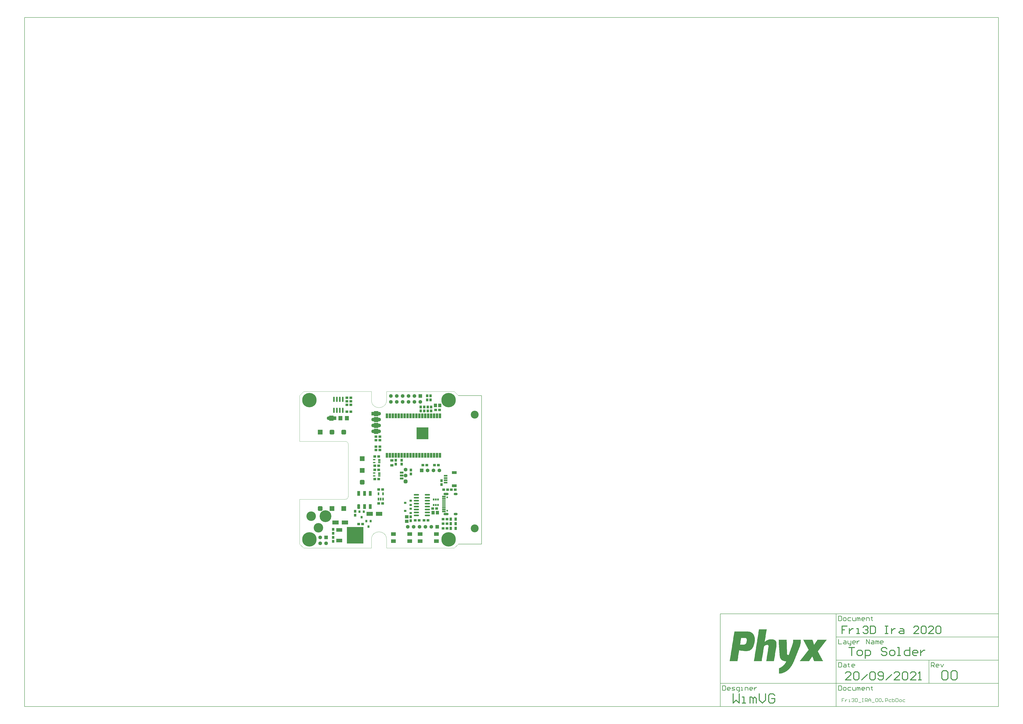
<source format=gts>
G04*
G04 #@! TF.GenerationSoftware,Altium Limited,Altium Designer,21.7.0 (8)*
G04*
G04 Layer_Color=8388736*
%FSLAX25Y25*%
%MOIN*%
G70*
G04*
G04 #@! TF.SameCoordinates,1325804E-F4F0-4480-9AD4-437C1A0D12FC*
G04*
G04*
G04 #@! TF.FilePolarity,Negative*
G04*
G01*
G75*
%ADD10C,0.00591*%
%ADD11C,0.00984*%
%ADD12C,0.00787*%
%ADD13C,0.00394*%
%ADD14C,0.01575*%
%ADD44R,0.07480X0.08661*%
%ADD45R,0.04724X0.04331*%
%ADD46R,0.06299X0.03543*%
%ADD47C,0.02362*%
%ADD48R,0.01968X0.04331*%
%ADD49O,0.02756X0.09055*%
%ADD50R,0.06693X0.07480*%
%ADD51R,0.04331X0.04724*%
%ADD52R,0.06496X0.02756*%
%ADD53R,0.08268X0.05118*%
%ADD54R,0.03740X0.04331*%
%ADD55R,0.03740X0.04331*%
%ADD56R,0.05512X0.06299*%
%ADD57R,0.04331X0.05512*%
%ADD58O,0.09055X0.02756*%
%ADD59R,0.04331X0.03740*%
%ADD60R,0.04331X0.03740*%
%ADD61R,0.06299X0.05512*%
%ADD62R,0.08268X0.05906*%
%ADD63R,0.03937X0.01968*%
%ADD64R,0.05512X0.04331*%
%ADD65R,0.02756X0.04921*%
%ADD66R,0.10630X0.07087*%
%ADD67R,0.10236X0.06299*%
%ADD68R,0.27953X0.27953*%
%ADD69R,0.04724X0.08071*%
G04:AMPARAMS|DCode=70|XSize=47.24mil|YSize=80.71mil|CornerRadius=12.8mil|HoleSize=0mil|Usage=FLASHONLY|Rotation=0.000|XOffset=0mil|YOffset=0mil|HoleType=Round|Shape=RoundedRectangle|*
%AMROUNDEDRECTD70*
21,1,0.04724,0.05512,0,0,0.0*
21,1,0.02165,0.08071,0,0,0.0*
1,1,0.02559,0.01083,-0.02756*
1,1,0.02559,-0.01083,-0.02756*
1,1,0.02559,-0.01083,0.02756*
1,1,0.02559,0.01083,0.02756*
%
%ADD70ROUNDEDRECTD70*%
%ADD71R,0.06102X0.01575*%
%ADD72R,0.02559X0.03543*%
%ADD73R,0.03937X0.08268*%
%ADD74R,0.20079X0.20079*%
%ADD75C,0.06299*%
%ADD76R,0.06299X0.06299*%
%ADD77R,0.06299X0.06299*%
%ADD78C,0.13386*%
%ADD79C,0.06394*%
G04:AMPARAMS|DCode=80|XSize=63.94mil|YSize=63.94mil|CornerRadius=16.97mil|HoleSize=0mil|Usage=FLASHONLY|Rotation=270.000|XOffset=0mil|YOffset=0mil|HoleType=Round|Shape=RoundedRectangle|*
%AMROUNDEDRECTD80*
21,1,0.06394,0.03000,0,0,270.0*
21,1,0.03000,0.06394,0,0,270.0*
1,1,0.03394,-0.01500,-0.01500*
1,1,0.03394,-0.01500,0.01500*
1,1,0.03394,0.01500,0.01500*
1,1,0.03394,0.01500,-0.01500*
%
%ADD80ROUNDEDRECTD80*%
%ADD81C,0.16142*%
%ADD82C,0.20079*%
%ADD83R,0.08268X0.08268*%
G04:AMPARAMS|DCode=84|XSize=82.68mil|YSize=82.68mil|CornerRadius=21.65mil|HoleSize=0mil|Usage=FLASHONLY|Rotation=180.000|XOffset=0mil|YOffset=0mil|HoleType=Round|Shape=RoundedRectangle|*
%AMROUNDEDRECTD84*
21,1,0.08268,0.03937,0,0,180.0*
21,1,0.03937,0.08268,0,0,180.0*
1,1,0.04331,-0.01968,0.01968*
1,1,0.04331,0.01968,0.01968*
1,1,0.04331,0.01968,-0.01968*
1,1,0.04331,-0.01968,-0.01968*
%
%ADD84ROUNDEDRECTD84*%
G04:AMPARAMS|DCode=85|XSize=82.68mil|YSize=82.68mil|CornerRadius=21.65mil|HoleSize=0mil|Usage=FLASHONLY|Rotation=270.000|XOffset=0mil|YOffset=0mil|HoleType=Round|Shape=RoundedRectangle|*
%AMROUNDEDRECTD85*
21,1,0.08268,0.03937,0,0,270.0*
21,1,0.03937,0.08268,0,0,270.0*
1,1,0.04331,-0.01968,-0.01968*
1,1,0.04331,-0.01968,0.01968*
1,1,0.04331,0.01968,0.01968*
1,1,0.04331,0.01968,-0.01968*
%
%ADD85ROUNDEDRECTD85*%
%ADD86R,0.08268X0.08268*%
%ADD87O,0.08661X0.04331*%
%ADD88O,0.06693X0.04331*%
%ADD89C,0.02953*%
%ADD90C,0.24410*%
G36*
X127835Y231968D02*
X127795Y231624D01*
X127890Y230939D01*
X128208Y230325D01*
X128711Y229851D01*
X129016Y229685D01*
X129387Y229759D01*
X130122Y229576D01*
X130709Y229095D01*
X131033Y228410D01*
X131033Y227653D01*
X130709Y226968D01*
X130122Y226487D01*
X129387Y226304D01*
X129016Y226378D01*
X128709Y226207D01*
X128201Y225724D01*
X127884Y225100D01*
X127792Y224405D01*
X127835Y224056D01*
X126555Y224056D01*
Y231968D01*
X127835Y231968D01*
D02*
G37*
G36*
X133642Y224095D02*
X131673D01*
X128626Y224095D01*
X128620Y224352D01*
X128766Y224844D01*
X129056Y225268D01*
X129463Y225582D01*
X129705Y225669D01*
X129705Y225669D01*
X130125Y225761D01*
X130882Y226161D01*
X131448Y226803D01*
X131751Y227603D01*
X131751Y228460D01*
X131448Y229260D01*
X130882Y229902D01*
X130125Y230302D01*
X129705Y230394D01*
X129705Y230394D01*
X129463Y230481D01*
X129056Y230795D01*
X128766Y231219D01*
X128620Y231712D01*
X128626Y231968D01*
X128626Y231968D01*
X131673Y231968D01*
X133642D01*
Y224095D01*
D02*
G37*
G36*
X127835Y224056D02*
X127835D01*
D01*
X127835D01*
D02*
G37*
G36*
X57480Y224448D02*
X57480Y216535D01*
X56201D01*
X56241Y216880D01*
X56145Y217565D01*
X55828Y218179D01*
X55324Y218653D01*
X55020Y218819D01*
X55020Y218819D01*
X54648Y218745D01*
X53913Y218928D01*
X53327Y219409D01*
X53003Y220094D01*
X53003Y220851D01*
X53327Y221536D01*
X53913Y222017D01*
X54648Y222200D01*
X55020Y222126D01*
Y222126D01*
X55327Y222297D01*
X55834Y222780D01*
X56151Y223404D01*
X56244Y224099D01*
X56201Y224448D01*
Y224448D01*
X57480Y224448D01*
D02*
G37*
G36*
X55410Y224409D02*
X55416Y224152D01*
X55270Y223660D01*
X54979Y223236D01*
X54572Y222922D01*
X54331Y222835D01*
X54331Y222835D01*
X53911Y222743D01*
X53154Y222343D01*
X52587Y221701D01*
X52284Y220901D01*
X52284Y220044D01*
X52587Y219244D01*
X53154Y218602D01*
X53911Y218202D01*
X54331Y218110D01*
X54331Y218110D01*
X54572Y218023D01*
X54979Y217709D01*
X55269Y217285D01*
X55416Y216792D01*
X55410Y216536D01*
X55410Y216536D01*
X52362Y216535D01*
X50394D01*
Y224410D01*
X52362D01*
X55410Y224409D01*
D02*
G37*
G36*
X127835Y221969D02*
X127795Y221624D01*
X127890Y220939D01*
X128208Y220325D01*
X128711Y219851D01*
X129016Y219685D01*
X129387Y219759D01*
X130122Y219576D01*
X130709Y219095D01*
X131033Y218410D01*
X131033Y217653D01*
X130709Y216968D01*
X130122Y216487D01*
X129387Y216304D01*
X129016Y216378D01*
X128709Y216207D01*
X128201Y215724D01*
X127884Y215100D01*
X127792Y214405D01*
X127835Y214056D01*
X126555Y214056D01*
Y221969D01*
X127835Y221969D01*
D02*
G37*
G36*
X133642Y214094D02*
X131673D01*
X128626Y214095D01*
X128620Y214352D01*
X128766Y214844D01*
X129056Y215268D01*
X129463Y215582D01*
X129705Y215669D01*
X129705Y215669D01*
X130125Y215761D01*
X130882Y216161D01*
X131448Y216803D01*
X131751Y217603D01*
X131751Y218460D01*
X131448Y219260D01*
X130882Y219902D01*
X130125Y220302D01*
X129705Y220394D01*
X129705Y220394D01*
X129463Y220481D01*
X129056Y220795D01*
X128766Y221219D01*
X128620Y221711D01*
X128626Y221968D01*
X128626Y221968D01*
X131673Y221969D01*
X133642D01*
Y214094D01*
D02*
G37*
G36*
X127835Y214056D02*
X127835D01*
D01*
X127835D01*
D02*
G37*
G36*
X127835Y211968D02*
X127795Y211624D01*
X127890Y210939D01*
X128208Y210325D01*
X128711Y209851D01*
X129016Y209685D01*
X129387Y209759D01*
X130122Y209576D01*
X130709Y209095D01*
X131033Y208410D01*
X131033Y207653D01*
X130709Y206968D01*
X130122Y206487D01*
X129387Y206304D01*
X129016Y206378D01*
X128709Y206207D01*
X128201Y205724D01*
X127884Y205100D01*
X127792Y204405D01*
X127835Y204056D01*
X126555Y204056D01*
Y211968D01*
X127835Y211968D01*
D02*
G37*
G36*
X133642Y204095D02*
X131673D01*
X128626Y204095D01*
X128620Y204351D01*
X128766Y204844D01*
X129056Y205268D01*
X129463Y205582D01*
X129705Y205669D01*
X129705Y205669D01*
X130125Y205761D01*
X130882Y206161D01*
X131448Y206803D01*
X131751Y207603D01*
X131751Y208459D01*
X131448Y209260D01*
X130882Y209902D01*
X130125Y210302D01*
X129705Y210394D01*
X129705Y210394D01*
X129463Y210481D01*
X129056Y210795D01*
X128766Y211219D01*
X128620Y211712D01*
X128626Y211968D01*
X128626Y211968D01*
X131673Y211968D01*
X133642D01*
Y204095D01*
D02*
G37*
G36*
X127835Y204056D02*
X127835D01*
D01*
X127835D01*
D02*
G37*
G36*
X127835Y201969D02*
X127795Y201624D01*
X127890Y200939D01*
X128208Y200325D01*
X128711Y199851D01*
X129016Y199685D01*
X129387Y199759D01*
X130122Y199576D01*
X130709Y199095D01*
X131033Y198410D01*
X131033Y197653D01*
X130709Y196968D01*
X130122Y196487D01*
X129387Y196304D01*
X129016Y196378D01*
X128709Y196207D01*
X128201Y195724D01*
X127884Y195100D01*
X127792Y194405D01*
X127835Y194056D01*
X126555Y194056D01*
Y201969D01*
X127835Y201969D01*
D02*
G37*
G36*
X133642Y194095D02*
X131673D01*
X128626Y194095D01*
X128620Y194351D01*
X128766Y194844D01*
X129056Y195268D01*
X129463Y195582D01*
X129705Y195669D01*
X129705Y195669D01*
X130125Y195761D01*
X130882Y196161D01*
X131448Y196803D01*
X131751Y197603D01*
X131751Y198459D01*
X131448Y199260D01*
X130882Y199902D01*
X130125Y200302D01*
X129705Y200394D01*
X129705Y200394D01*
X129463Y200481D01*
X129056Y200795D01*
X128766Y201219D01*
X128620Y201712D01*
X128626Y201968D01*
X128626Y201968D01*
X131673Y201969D01*
X133642D01*
Y194095D01*
D02*
G37*
G36*
X127835Y194056D02*
X127835D01*
D01*
X127835D01*
D02*
G37*
G36*
X895101Y-155808D02*
X894814D01*
Y-156094D01*
X894528D01*
Y-156380D01*
Y-156667D01*
X894242D01*
Y-156953D01*
X893955D01*
Y-157239D01*
X893669D01*
Y-157526D01*
Y-157812D01*
X893383D01*
Y-158098D01*
X893096D01*
Y-158385D01*
X892810D01*
Y-158671D01*
X892524D01*
Y-158957D01*
Y-159244D01*
X892237D01*
Y-159530D01*
X891951D01*
Y-159816D01*
X891665D01*
Y-160102D01*
Y-160389D01*
X891378D01*
Y-160675D01*
X891092D01*
Y-160961D01*
X890806D01*
Y-161248D01*
X890520D01*
Y-161534D01*
Y-161820D01*
X890233D01*
Y-162107D01*
X889947D01*
Y-162393D01*
X889661D01*
Y-162679D01*
Y-162966D01*
X889374D01*
Y-163252D01*
X889088D01*
Y-163538D01*
X888802D01*
Y-163824D01*
Y-164111D01*
X888515D01*
Y-164397D01*
X888229D01*
Y-164683D01*
X887943D01*
Y-164970D01*
X887656D01*
Y-165256D01*
Y-165542D01*
X887370D01*
Y-165829D01*
X887084D01*
Y-166115D01*
X886798D01*
Y-166401D01*
Y-166688D01*
X886511D01*
Y-166974D01*
X886225D01*
Y-167260D01*
X885939D01*
Y-167547D01*
Y-167833D01*
X885652D01*
Y-168119D01*
X885366D01*
Y-168405D01*
X885080D01*
Y-168692D01*
X884793D01*
Y-168978D01*
Y-169264D01*
X884507D01*
Y-169551D01*
X884221D01*
Y-169837D01*
X883934D01*
Y-170123D01*
Y-170410D01*
X883648D01*
Y-170696D01*
X883362D01*
Y-170982D01*
X883076D01*
Y-171269D01*
Y-171555D01*
X882789D01*
Y-171841D01*
X882503D01*
Y-172127D01*
X882216D01*
Y-172414D01*
X881930D01*
Y-172700D01*
Y-172986D01*
X881644D01*
Y-173273D01*
X881358D01*
Y-173559D01*
X881071D01*
Y-173845D01*
Y-174132D01*
X880785D01*
Y-174418D01*
X880499D01*
Y-174704D01*
X880212D01*
Y-174991D01*
X879926D01*
Y-175277D01*
Y-175563D01*
X880212D01*
Y-175850D01*
Y-176136D01*
X880499D01*
Y-176422D01*
Y-176709D01*
X880785D01*
Y-176995D01*
X881071D01*
Y-177281D01*
Y-177568D01*
X881358D01*
Y-177854D01*
Y-178140D01*
X881644D01*
Y-178426D01*
Y-178713D01*
X881930D01*
Y-178999D01*
Y-179285D01*
X882216D01*
Y-179572D01*
Y-179858D01*
X882503D01*
Y-180144D01*
Y-180431D01*
X882789D01*
Y-180717D01*
Y-181003D01*
X883076D01*
Y-181290D01*
Y-181576D01*
X883362D01*
Y-181862D01*
X883648D01*
Y-182149D01*
Y-182435D01*
X883934D01*
Y-182721D01*
Y-183007D01*
X884221D01*
Y-183294D01*
Y-183580D01*
X884507D01*
Y-183866D01*
Y-184153D01*
X884793D01*
Y-184439D01*
Y-184725D01*
X885080D01*
Y-185012D01*
Y-185298D01*
X885366D01*
Y-185584D01*
Y-185871D01*
X885652D01*
Y-186157D01*
X885939D01*
Y-186443D01*
Y-186730D01*
X886225D01*
Y-187016D01*
Y-187302D01*
X886511D01*
Y-187588D01*
Y-187875D01*
X886798D01*
Y-188161D01*
Y-188447D01*
X887084D01*
Y-188734D01*
Y-189020D01*
X887370D01*
Y-189306D01*
Y-189593D01*
X887656D01*
Y-189879D01*
Y-190165D01*
X887943D01*
Y-190452D01*
X888229D01*
Y-190738D01*
Y-191024D01*
X888515D01*
Y-191311D01*
Y-191597D01*
X888802D01*
Y-191883D01*
X873627D01*
Y-191597D01*
X873341D01*
Y-191311D01*
Y-191024D01*
Y-190738D01*
X873055D01*
Y-190452D01*
Y-190165D01*
Y-189879D01*
X872768D01*
Y-189593D01*
Y-189306D01*
X872482D01*
Y-189020D01*
Y-188734D01*
Y-188447D01*
X872196D01*
Y-188161D01*
Y-187875D01*
Y-187588D01*
X871909D01*
Y-187302D01*
Y-187016D01*
X871623D01*
Y-186730D01*
Y-186443D01*
Y-186157D01*
X871337D01*
Y-185871D01*
Y-185584D01*
Y-185298D01*
X871050D01*
Y-185012D01*
Y-184725D01*
Y-184439D01*
X870764D01*
Y-184153D01*
X870191D01*
Y-184439D01*
Y-184725D01*
X869905D01*
Y-185012D01*
X869619D01*
Y-185298D01*
Y-185584D01*
X869332D01*
Y-185871D01*
X869046D01*
Y-186157D01*
Y-186443D01*
X868760D01*
Y-186730D01*
X868474D01*
Y-187016D01*
Y-187302D01*
X868187D01*
Y-187588D01*
X867901D01*
Y-187875D01*
X867615D01*
Y-188161D01*
Y-188447D01*
X867328D01*
Y-188734D01*
X867042D01*
Y-189020D01*
Y-189306D01*
X866756D01*
Y-189593D01*
X866469D01*
Y-189879D01*
Y-190165D01*
X866183D01*
Y-190452D01*
X865897D01*
Y-190738D01*
Y-191024D01*
X865610D01*
Y-191311D01*
X865324D01*
Y-191597D01*
Y-191883D01*
X849290D01*
Y-191597D01*
X849577D01*
Y-191311D01*
X849863D01*
Y-191024D01*
X850150D01*
Y-190738D01*
X850436D01*
Y-190452D01*
Y-190165D01*
X850722D01*
Y-189879D01*
X851008D01*
Y-189593D01*
X851295D01*
Y-189306D01*
X851581D01*
Y-189020D01*
Y-188734D01*
X851867D01*
Y-188447D01*
X852154D01*
Y-188161D01*
X852440D01*
Y-187875D01*
Y-187588D01*
X852726D01*
Y-187302D01*
X853013D01*
Y-187016D01*
X853299D01*
Y-186730D01*
X853585D01*
Y-186443D01*
Y-186157D01*
X853872D01*
Y-185871D01*
X854158D01*
Y-185584D01*
X854444D01*
Y-185298D01*
X854731D01*
Y-185012D01*
Y-184725D01*
X855017D01*
Y-184439D01*
X855303D01*
Y-184153D01*
X855589D01*
Y-183866D01*
Y-183580D01*
X855876D01*
Y-183294D01*
X856162D01*
Y-183007D01*
X856448D01*
Y-182721D01*
X856735D01*
Y-182435D01*
Y-182149D01*
X857021D01*
Y-181862D01*
X857307D01*
Y-181576D01*
X857594D01*
Y-181290D01*
Y-181003D01*
X857880D01*
Y-180717D01*
X858166D01*
Y-180431D01*
X858453D01*
Y-180144D01*
X858739D01*
Y-179858D01*
Y-179572D01*
X859025D01*
Y-179285D01*
X859311D01*
Y-178999D01*
X859598D01*
Y-178713D01*
Y-178426D01*
X859884D01*
Y-178140D01*
X860170D01*
Y-177854D01*
X860457D01*
Y-177568D01*
X860743D01*
Y-177281D01*
Y-176995D01*
X861029D01*
Y-176709D01*
X861316D01*
Y-176422D01*
X861602D01*
Y-176136D01*
X861888D01*
Y-175850D01*
Y-175563D01*
X862175D01*
Y-175277D01*
X862461D01*
Y-174991D01*
X862747D01*
Y-174704D01*
Y-174418D01*
X863034D01*
Y-174132D01*
X863320D01*
Y-173845D01*
X863606D01*
Y-173559D01*
X863892D01*
Y-173273D01*
Y-172986D01*
X864179D01*
Y-172700D01*
Y-172414D01*
Y-172127D01*
X863892D01*
Y-171841D01*
X863606D01*
Y-171555D01*
Y-171269D01*
X863320D01*
Y-170982D01*
Y-170696D01*
X863034D01*
Y-170410D01*
Y-170123D01*
X862747D01*
Y-169837D01*
Y-169551D01*
X862461D01*
Y-169264D01*
Y-168978D01*
X862175D01*
Y-168692D01*
Y-168405D01*
X861888D01*
Y-168119D01*
X861602D01*
Y-167833D01*
Y-167547D01*
X861316D01*
Y-167260D01*
Y-166974D01*
X861029D01*
Y-166688D01*
Y-166401D01*
X860743D01*
Y-166115D01*
Y-165829D01*
X860457D01*
Y-165542D01*
Y-165256D01*
X860170D01*
Y-164970D01*
Y-164683D01*
X859884D01*
Y-164397D01*
X859598D01*
Y-164111D01*
Y-163824D01*
X859311D01*
Y-163538D01*
Y-163252D01*
X859025D01*
Y-162966D01*
Y-162679D01*
X858739D01*
Y-162393D01*
Y-162107D01*
X858453D01*
Y-161820D01*
Y-161534D01*
X858166D01*
Y-161248D01*
Y-160961D01*
X857880D01*
Y-160675D01*
Y-160389D01*
X857594D01*
Y-160102D01*
X857307D01*
Y-159816D01*
Y-159530D01*
X857021D01*
Y-159244D01*
Y-158957D01*
X856735D01*
Y-158671D01*
Y-158385D01*
X856448D01*
Y-158098D01*
Y-157812D01*
X856162D01*
Y-157526D01*
Y-157239D01*
X855876D01*
Y-156953D01*
Y-156667D01*
X855589D01*
Y-156380D01*
X855303D01*
Y-156094D01*
Y-155808D01*
X855017D01*
Y-155521D01*
X870764D01*
Y-155808D01*
X871050D01*
Y-156094D01*
Y-156380D01*
Y-156667D01*
X871337D01*
Y-156953D01*
Y-157239D01*
Y-157526D01*
X871623D01*
Y-157812D01*
Y-158098D01*
Y-158385D01*
X871909D01*
Y-158671D01*
Y-158957D01*
Y-159244D01*
X872196D01*
Y-159530D01*
Y-159816D01*
Y-160102D01*
X872482D01*
Y-160389D01*
Y-160675D01*
Y-160961D01*
X872768D01*
Y-161248D01*
Y-161534D01*
Y-161820D01*
X873055D01*
Y-162107D01*
Y-162393D01*
Y-162679D01*
X873341D01*
Y-162966D01*
Y-163252D01*
Y-163538D01*
Y-163824D01*
X873913D01*
Y-163538D01*
X874200D01*
Y-163252D01*
X874486D01*
Y-162966D01*
Y-162679D01*
X874772D01*
Y-162393D01*
X875059D01*
Y-162107D01*
Y-161820D01*
X875345D01*
Y-161534D01*
X875631D01*
Y-161248D01*
Y-160961D01*
X875918D01*
Y-160675D01*
X876204D01*
Y-160389D01*
Y-160102D01*
X876490D01*
Y-159816D01*
X876777D01*
Y-159530D01*
Y-159244D01*
X877063D01*
Y-158957D01*
X877349D01*
Y-158671D01*
Y-158385D01*
X877635D01*
Y-158098D01*
X877922D01*
Y-157812D01*
Y-157526D01*
X878208D01*
Y-157239D01*
X878494D01*
Y-156953D01*
Y-156667D01*
X878781D01*
Y-156380D01*
X879067D01*
Y-156094D01*
Y-155808D01*
X879353D01*
Y-155521D01*
X895101D01*
Y-155808D01*
D02*
G37*
G36*
X761965Y-141778D02*
X763683D01*
Y-142065D01*
X764542D01*
Y-142351D01*
X765401D01*
Y-142637D01*
X766260D01*
Y-142924D01*
X766832D01*
Y-143210D01*
X767119D01*
Y-143496D01*
X767691D01*
Y-143783D01*
X767978D01*
Y-144069D01*
X768550D01*
Y-144355D01*
X768837D01*
Y-144641D01*
X769123D01*
Y-144928D01*
X769409D01*
Y-145214D01*
X769696D01*
Y-145501D01*
X769982D01*
Y-145787D01*
X770268D01*
Y-146073D01*
Y-146359D01*
X770554D01*
Y-146646D01*
X770841D01*
Y-146932D01*
Y-147218D01*
X771127D01*
Y-147505D01*
X771414D01*
Y-147791D01*
Y-148077D01*
X771700D01*
Y-148364D01*
Y-148650D01*
Y-148936D01*
X771986D01*
Y-149223D01*
Y-149509D01*
Y-149795D01*
X772272D01*
Y-150082D01*
Y-150368D01*
Y-150654D01*
Y-150940D01*
X772559D01*
Y-151227D01*
Y-151513D01*
Y-151799D01*
Y-152086D01*
Y-152372D01*
X772845D01*
Y-152658D01*
Y-152945D01*
Y-153231D01*
Y-153517D01*
Y-153804D01*
Y-154090D01*
Y-154376D01*
Y-154663D01*
Y-154949D01*
Y-155235D01*
Y-155521D01*
Y-155808D01*
Y-156094D01*
Y-156380D01*
Y-156667D01*
Y-156953D01*
Y-157239D01*
Y-157526D01*
Y-157812D01*
Y-158098D01*
X772559D01*
Y-158385D01*
Y-158671D01*
Y-158957D01*
Y-159244D01*
Y-159530D01*
Y-159816D01*
Y-160102D01*
X772272D01*
Y-160389D01*
Y-160675D01*
Y-160961D01*
Y-161248D01*
Y-161534D01*
X771986D01*
Y-161820D01*
Y-162107D01*
Y-162393D01*
Y-162679D01*
Y-162966D01*
X771700D01*
Y-163252D01*
Y-163538D01*
Y-163824D01*
X771414D01*
Y-164111D01*
Y-164397D01*
Y-164683D01*
Y-164970D01*
X771127D01*
Y-165256D01*
Y-165542D01*
Y-165829D01*
X770841D01*
Y-166115D01*
Y-166401D01*
X770554D01*
Y-166688D01*
Y-166974D01*
Y-167260D01*
X770268D01*
Y-167547D01*
Y-167833D01*
X769982D01*
Y-168119D01*
Y-168405D01*
X769696D01*
Y-168692D01*
Y-168978D01*
X769409D01*
Y-169264D01*
X769123D01*
Y-169551D01*
Y-169837D01*
X768837D01*
Y-170123D01*
X768550D01*
Y-170410D01*
X768264D01*
Y-170696D01*
Y-170982D01*
X767978D01*
Y-171269D01*
X767691D01*
Y-171555D01*
X767405D01*
Y-171841D01*
X767119D01*
Y-172127D01*
X766832D01*
Y-172414D01*
X766260D01*
Y-172700D01*
X765974D01*
Y-172986D01*
X765401D01*
Y-173273D01*
X765115D01*
Y-173559D01*
X764542D01*
Y-173845D01*
X763683D01*
Y-174132D01*
X762824D01*
Y-174418D01*
X761965D01*
Y-174704D01*
X760247D01*
Y-174991D01*
X755094D01*
Y-174704D01*
X752517D01*
Y-174418D01*
X750513D01*
Y-174132D01*
X749081D01*
Y-173845D01*
X747649D01*
Y-173559D01*
X746218D01*
Y-173845D01*
Y-174132D01*
Y-174418D01*
Y-174704D01*
Y-174991D01*
Y-175277D01*
Y-175563D01*
X745932D01*
Y-175850D01*
Y-176136D01*
Y-176422D01*
Y-176709D01*
Y-176995D01*
Y-177281D01*
X745645D01*
Y-177568D01*
Y-177854D01*
Y-178140D01*
Y-178426D01*
Y-178713D01*
Y-178999D01*
X745359D01*
Y-179285D01*
Y-179572D01*
Y-179858D01*
Y-180144D01*
Y-180431D01*
Y-180717D01*
Y-181003D01*
X745073D01*
Y-181290D01*
Y-181576D01*
Y-181862D01*
Y-182149D01*
Y-182435D01*
Y-182721D01*
X744786D01*
Y-183007D01*
Y-183294D01*
Y-183580D01*
Y-183866D01*
Y-184153D01*
Y-184439D01*
X744500D01*
Y-184725D01*
Y-185012D01*
Y-185298D01*
Y-185584D01*
Y-185871D01*
Y-186157D01*
Y-186443D01*
X744214D01*
Y-186730D01*
Y-187016D01*
Y-187302D01*
Y-187588D01*
Y-187875D01*
Y-188161D01*
X743927D01*
Y-188447D01*
Y-188734D01*
Y-189020D01*
Y-189306D01*
Y-189593D01*
Y-189879D01*
X743641D01*
Y-190165D01*
Y-190452D01*
Y-190738D01*
Y-191024D01*
Y-191311D01*
Y-191597D01*
Y-191883D01*
X730184D01*
Y-191597D01*
X730471D01*
Y-191311D01*
Y-191024D01*
Y-190738D01*
Y-190452D01*
Y-190165D01*
X730757D01*
Y-189879D01*
Y-189593D01*
Y-189306D01*
Y-189020D01*
Y-188734D01*
Y-188447D01*
Y-188161D01*
X731043D01*
Y-187875D01*
Y-187588D01*
Y-187302D01*
Y-187016D01*
Y-186730D01*
Y-186443D01*
X731330D01*
Y-186157D01*
Y-185871D01*
Y-185584D01*
Y-185298D01*
Y-185012D01*
Y-184725D01*
X731616D01*
Y-184439D01*
Y-184153D01*
Y-183866D01*
Y-183580D01*
Y-183294D01*
Y-183007D01*
Y-182721D01*
X731902D01*
Y-182435D01*
Y-182149D01*
Y-181862D01*
Y-181576D01*
Y-181290D01*
Y-181003D01*
X732189D01*
Y-180717D01*
Y-180431D01*
Y-180144D01*
Y-179858D01*
Y-179572D01*
Y-179285D01*
X732475D01*
Y-178999D01*
Y-178713D01*
Y-178426D01*
Y-178140D01*
Y-177854D01*
Y-177568D01*
X732761D01*
Y-177281D01*
Y-176995D01*
Y-176709D01*
Y-176422D01*
Y-176136D01*
Y-175850D01*
Y-175563D01*
X733047D01*
Y-175277D01*
Y-174991D01*
Y-174704D01*
Y-174418D01*
Y-174132D01*
Y-173845D01*
X733334D01*
Y-173559D01*
Y-173273D01*
Y-172986D01*
Y-172700D01*
Y-172414D01*
Y-172127D01*
X733620D01*
Y-171841D01*
Y-171555D01*
Y-171269D01*
Y-170982D01*
Y-170696D01*
Y-170410D01*
X733907D01*
Y-170123D01*
Y-169837D01*
Y-169551D01*
Y-169264D01*
Y-168978D01*
Y-168692D01*
Y-168405D01*
X734193D01*
Y-168119D01*
Y-167833D01*
Y-167547D01*
Y-167260D01*
Y-166974D01*
Y-166688D01*
X734479D01*
Y-166401D01*
Y-166115D01*
Y-165829D01*
Y-165542D01*
Y-165256D01*
Y-164970D01*
X734765D01*
Y-164683D01*
Y-164397D01*
Y-164111D01*
Y-163824D01*
Y-163538D01*
Y-163252D01*
Y-162966D01*
X735052D01*
Y-162679D01*
Y-162393D01*
Y-162107D01*
Y-161820D01*
Y-161534D01*
Y-161248D01*
X735338D01*
Y-160961D01*
Y-160675D01*
Y-160389D01*
Y-160102D01*
Y-159816D01*
Y-159530D01*
X735624D01*
Y-159244D01*
Y-158957D01*
Y-158671D01*
Y-158385D01*
Y-158098D01*
Y-157812D01*
X735911D01*
Y-157526D01*
Y-157239D01*
Y-156953D01*
Y-156667D01*
Y-156380D01*
Y-156094D01*
Y-155808D01*
X736197D01*
Y-155521D01*
Y-155235D01*
Y-154949D01*
Y-154663D01*
Y-154376D01*
Y-154090D01*
X736483D01*
Y-153804D01*
Y-153517D01*
Y-153231D01*
Y-152945D01*
Y-152658D01*
Y-152372D01*
X736770D01*
Y-152086D01*
Y-151799D01*
Y-151513D01*
Y-151227D01*
Y-150940D01*
Y-150654D01*
Y-150368D01*
X737056D01*
Y-150082D01*
Y-149795D01*
Y-149509D01*
Y-149223D01*
Y-148936D01*
Y-148650D01*
X737342D01*
Y-148364D01*
Y-148077D01*
Y-147791D01*
Y-147505D01*
Y-147218D01*
Y-146932D01*
X737629D01*
Y-146646D01*
Y-146359D01*
Y-146073D01*
Y-145787D01*
Y-145501D01*
Y-145214D01*
Y-144928D01*
X737915D01*
Y-144641D01*
Y-144355D01*
Y-144069D01*
Y-143783D01*
Y-143496D01*
Y-143210D01*
X738201D01*
Y-142924D01*
Y-142637D01*
Y-142351D01*
Y-142065D01*
Y-141778D01*
Y-141492D01*
X761965D01*
Y-141778D01*
D02*
G37*
G36*
X851008Y-155808D02*
Y-156094D01*
Y-156380D01*
Y-156667D01*
Y-156953D01*
Y-157239D01*
Y-157526D01*
Y-157812D01*
Y-158098D01*
Y-158385D01*
Y-158671D01*
Y-158957D01*
Y-159244D01*
Y-159530D01*
Y-159816D01*
Y-160102D01*
Y-160389D01*
Y-160675D01*
Y-160961D01*
Y-161248D01*
Y-161534D01*
X850722D01*
Y-161820D01*
Y-162107D01*
Y-162393D01*
Y-162679D01*
Y-162966D01*
X850436D01*
Y-163252D01*
Y-163538D01*
Y-163824D01*
Y-164111D01*
X850150D01*
Y-164397D01*
Y-164683D01*
Y-164970D01*
Y-165256D01*
X849863D01*
Y-165542D01*
Y-165829D01*
Y-166115D01*
X849577D01*
Y-166401D01*
Y-166688D01*
Y-166974D01*
X849290D01*
Y-167260D01*
Y-167547D01*
Y-167833D01*
X849004D01*
Y-168119D01*
Y-168405D01*
Y-168692D01*
X848718D01*
Y-168978D01*
Y-169264D01*
X848432D01*
Y-169551D01*
Y-169837D01*
X848145D01*
Y-170123D01*
Y-170410D01*
Y-170696D01*
X847859D01*
Y-170982D01*
Y-171269D01*
X847573D01*
Y-171555D01*
Y-171841D01*
Y-172127D01*
X847286D01*
Y-172414D01*
Y-172700D01*
X847000D01*
Y-172986D01*
Y-173273D01*
Y-173559D01*
X846714D01*
Y-173845D01*
Y-174132D01*
X846427D01*
Y-174418D01*
Y-174704D01*
Y-174991D01*
X846141D01*
Y-175277D01*
Y-175563D01*
X845855D01*
Y-175850D01*
Y-176136D01*
Y-176422D01*
X845568D01*
Y-176709D01*
Y-176995D01*
X845282D01*
Y-177281D01*
Y-177568D01*
Y-177854D01*
X844996D01*
Y-178140D01*
Y-178426D01*
X844709D01*
Y-178713D01*
Y-178999D01*
Y-179285D01*
X844423D01*
Y-179572D01*
Y-179858D01*
X844137D01*
Y-180144D01*
Y-180431D01*
Y-180717D01*
X843851D01*
Y-181003D01*
Y-181290D01*
X843564D01*
Y-181576D01*
Y-181862D01*
Y-182149D01*
X843278D01*
Y-182435D01*
Y-182721D01*
X842992D01*
Y-183007D01*
Y-183294D01*
Y-183580D01*
X842705D01*
Y-183866D01*
Y-184153D01*
X842419D01*
Y-184439D01*
Y-184725D01*
Y-185012D01*
X842133D01*
Y-185298D01*
Y-185584D01*
X841846D01*
Y-185871D01*
Y-186157D01*
Y-186443D01*
X841560D01*
Y-186730D01*
Y-187016D01*
X841274D01*
Y-187302D01*
Y-187588D01*
Y-187875D01*
X840987D01*
Y-188161D01*
Y-188447D01*
X840701D01*
Y-188734D01*
Y-189020D01*
Y-189306D01*
X840415D01*
Y-189593D01*
Y-189879D01*
X840129D01*
Y-190165D01*
Y-190452D01*
Y-190738D01*
X839842D01*
Y-191024D01*
Y-191311D01*
X839556D01*
Y-191597D01*
Y-191883D01*
Y-192169D01*
X839270D01*
Y-192456D01*
Y-192742D01*
X838983D01*
Y-193028D01*
Y-193315D01*
X838697D01*
Y-193601D01*
Y-193887D01*
X838411D01*
Y-194174D01*
Y-194460D01*
Y-194746D01*
X838124D01*
Y-195033D01*
X837838D01*
Y-195319D01*
Y-195605D01*
Y-195891D01*
X837552D01*
Y-196178D01*
X837265D01*
Y-196464D01*
Y-196750D01*
X836979D01*
Y-197037D01*
Y-197323D01*
X836693D01*
Y-197609D01*
Y-197896D01*
X836407D01*
Y-198182D01*
Y-198468D01*
X836120D01*
Y-198755D01*
X835834D01*
Y-199041D01*
Y-199327D01*
X835548D01*
Y-199614D01*
Y-199900D01*
X835261D01*
Y-200186D01*
X834975D01*
Y-200472D01*
X834689D01*
Y-200759D01*
Y-201045D01*
X834402D01*
Y-201331D01*
X834116D01*
Y-201618D01*
Y-201904D01*
X833830D01*
Y-202190D01*
X833543D01*
Y-202477D01*
X833257D01*
Y-202763D01*
Y-203049D01*
X832971D01*
Y-203336D01*
X832684D01*
Y-203622D01*
X832398D01*
Y-203908D01*
X832112D01*
Y-204195D01*
X831826D01*
Y-204481D01*
Y-204767D01*
X831539D01*
Y-205053D01*
X831253D01*
Y-205340D01*
X830966D01*
Y-205626D01*
X830680D01*
Y-205912D01*
X830394D01*
Y-206199D01*
X830108D01*
Y-206485D01*
X829821D01*
Y-206771D01*
X829249D01*
Y-207058D01*
X828962D01*
Y-207344D01*
X828676D01*
Y-207630D01*
X828390D01*
Y-207917D01*
X828103D01*
Y-208203D01*
X827531D01*
Y-208489D01*
X827244D01*
Y-208776D01*
X826672D01*
Y-209062D01*
X826385D01*
Y-209348D01*
X825813D01*
Y-209634D01*
X825527D01*
Y-209921D01*
X824954D01*
Y-210207D01*
X824381D01*
Y-210493D01*
X823809D01*
Y-210780D01*
X823236D01*
Y-211066D01*
X822663D01*
Y-211352D01*
X821805D01*
Y-211639D01*
X821232D01*
Y-211925D01*
X820373D01*
Y-212211D01*
X819228D01*
Y-212498D01*
X818082D01*
Y-212784D01*
X816365D01*
Y-213070D01*
X814360D01*
Y-213357D01*
X814074D01*
Y-213070D01*
Y-212784D01*
Y-212498D01*
Y-212211D01*
Y-211925D01*
Y-211639D01*
Y-211352D01*
Y-211066D01*
Y-210780D01*
Y-210493D01*
Y-210207D01*
Y-209921D01*
Y-209634D01*
Y-209348D01*
Y-209062D01*
Y-208776D01*
Y-208489D01*
Y-208203D01*
Y-207917D01*
Y-207630D01*
Y-207344D01*
Y-207058D01*
Y-206771D01*
Y-206485D01*
Y-206199D01*
Y-205912D01*
Y-205626D01*
Y-205340D01*
Y-205053D01*
Y-204767D01*
Y-204481D01*
Y-204195D01*
Y-203908D01*
X814647D01*
Y-203622D01*
X815219D01*
Y-203336D01*
X815792D01*
Y-203049D01*
X816365D01*
Y-202763D01*
X816937D01*
Y-202477D01*
X817510D01*
Y-202190D01*
X817796D01*
Y-201904D01*
X818369D01*
Y-201618D01*
X818655D01*
Y-201331D01*
X819228D01*
Y-201045D01*
X819514D01*
Y-200759D01*
X819800D01*
Y-200472D01*
X820373D01*
Y-200186D01*
X820659D01*
Y-199900D01*
X820946D01*
Y-199614D01*
X821232D01*
Y-199327D01*
X821518D01*
Y-199041D01*
X821805D01*
Y-198755D01*
X822091D01*
Y-198468D01*
X822377D01*
Y-198182D01*
X822663D01*
Y-197896D01*
X822950D01*
Y-197609D01*
X823236D01*
Y-197323D01*
X823522D01*
Y-197037D01*
Y-196750D01*
X823809D01*
Y-196464D01*
X824095D01*
Y-196178D01*
X824381D01*
Y-195891D01*
Y-195605D01*
X824668D01*
Y-195319D01*
X824954D01*
Y-195033D01*
Y-194746D01*
X825240D01*
Y-194460D01*
Y-194174D01*
X825527D01*
Y-193887D01*
X825813D01*
Y-193601D01*
Y-193315D01*
X826099D01*
Y-193028D01*
Y-192742D01*
X826385D01*
Y-192456D01*
Y-192169D01*
X824668D01*
Y-191883D01*
X822663D01*
Y-191597D01*
X821518D01*
Y-191311D01*
X820946D01*
Y-191024D01*
X820087D01*
Y-190738D01*
X819514D01*
Y-190452D01*
X819228D01*
Y-190165D01*
X818655D01*
Y-189879D01*
X818369D01*
Y-189593D01*
X818082D01*
Y-189306D01*
X817796D01*
Y-189020D01*
X817510D01*
Y-188734D01*
X817223D01*
Y-188447D01*
Y-188161D01*
X816937D01*
Y-187875D01*
X816651D01*
Y-187588D01*
Y-187302D01*
X816365D01*
Y-187016D01*
Y-186730D01*
X816078D01*
Y-186443D01*
Y-186157D01*
X815792D01*
Y-185871D01*
Y-185584D01*
Y-185298D01*
X815506D01*
Y-185012D01*
Y-184725D01*
Y-184439D01*
Y-184153D01*
X815219D01*
Y-183866D01*
Y-183580D01*
Y-183294D01*
Y-183007D01*
Y-182721D01*
Y-182435D01*
Y-182149D01*
X814933D01*
Y-181862D01*
Y-181576D01*
Y-181290D01*
Y-181003D01*
Y-180717D01*
Y-180431D01*
Y-180144D01*
Y-179858D01*
Y-179572D01*
Y-179285D01*
Y-178999D01*
Y-178713D01*
Y-178426D01*
Y-178140D01*
Y-177854D01*
X814647D01*
Y-177568D01*
Y-177281D01*
Y-176995D01*
Y-176709D01*
Y-176422D01*
Y-176136D01*
Y-175850D01*
Y-175563D01*
Y-175277D01*
Y-174991D01*
Y-174704D01*
Y-174418D01*
Y-174132D01*
Y-173845D01*
Y-173559D01*
X814360D01*
Y-173273D01*
Y-172986D01*
Y-172700D01*
Y-172414D01*
Y-172127D01*
Y-171841D01*
Y-171555D01*
Y-171269D01*
Y-170982D01*
Y-170696D01*
Y-170410D01*
Y-170123D01*
Y-169837D01*
Y-169551D01*
Y-169264D01*
Y-168978D01*
X814074D01*
Y-168692D01*
Y-168405D01*
Y-168119D01*
Y-167833D01*
Y-167547D01*
Y-167260D01*
Y-166974D01*
Y-166688D01*
Y-166401D01*
Y-166115D01*
Y-165829D01*
Y-165542D01*
Y-165256D01*
Y-164970D01*
Y-164683D01*
Y-164397D01*
X813788D01*
Y-164111D01*
Y-163824D01*
Y-163538D01*
Y-163252D01*
Y-162966D01*
Y-162679D01*
Y-162393D01*
Y-162107D01*
Y-161820D01*
Y-161534D01*
Y-161248D01*
Y-160961D01*
Y-160675D01*
Y-160389D01*
X813501D01*
Y-160102D01*
Y-159816D01*
Y-159530D01*
Y-159244D01*
Y-158957D01*
Y-158671D01*
Y-158385D01*
Y-158098D01*
Y-157812D01*
Y-157526D01*
Y-157239D01*
Y-156953D01*
Y-156667D01*
Y-156380D01*
Y-156094D01*
Y-155808D01*
X813215D01*
Y-155521D01*
X826958D01*
Y-155808D01*
Y-156094D01*
Y-156380D01*
Y-156667D01*
Y-156953D01*
Y-157239D01*
Y-157526D01*
Y-157812D01*
Y-158098D01*
Y-158385D01*
Y-158671D01*
Y-158957D01*
Y-159244D01*
Y-159530D01*
X827244D01*
Y-159816D01*
Y-160102D01*
Y-160389D01*
Y-160675D01*
Y-160961D01*
Y-161248D01*
Y-161534D01*
Y-161820D01*
Y-162107D01*
Y-162393D01*
Y-162679D01*
Y-162966D01*
Y-163252D01*
Y-163538D01*
Y-163824D01*
Y-164111D01*
Y-164397D01*
Y-164683D01*
Y-164970D01*
Y-165256D01*
Y-165542D01*
Y-165829D01*
Y-166115D01*
Y-166401D01*
Y-166688D01*
Y-166974D01*
Y-167260D01*
Y-167547D01*
Y-167833D01*
Y-168119D01*
Y-168405D01*
Y-168692D01*
Y-168978D01*
Y-169264D01*
Y-169551D01*
Y-169837D01*
Y-170123D01*
Y-170410D01*
Y-170696D01*
Y-170982D01*
Y-171269D01*
X827531D01*
Y-171555D01*
X827244D01*
Y-171841D01*
Y-172127D01*
X827531D01*
Y-172414D01*
Y-172700D01*
Y-172986D01*
Y-173273D01*
Y-173559D01*
Y-173845D01*
Y-174132D01*
Y-174418D01*
Y-174704D01*
Y-174991D01*
Y-175277D01*
Y-175563D01*
Y-175850D01*
Y-176136D01*
Y-176422D01*
Y-176709D01*
Y-176995D01*
Y-177281D01*
Y-177568D01*
Y-177854D01*
Y-178140D01*
Y-178426D01*
Y-178713D01*
Y-178999D01*
Y-179285D01*
Y-179572D01*
X827817D01*
Y-179858D01*
Y-180144D01*
Y-180431D01*
X828103D01*
Y-180717D01*
X828390D01*
Y-181003D01*
X828676D01*
Y-181290D01*
X829535D01*
Y-181576D01*
X830394D01*
Y-181290D01*
X830680D01*
Y-181003D01*
Y-180717D01*
Y-180431D01*
X830966D01*
Y-180144D01*
Y-179858D01*
X831253D01*
Y-179572D01*
Y-179285D01*
Y-178999D01*
X831539D01*
Y-178713D01*
Y-178426D01*
Y-178140D01*
X831826D01*
Y-177854D01*
Y-177568D01*
Y-177281D01*
X832112D01*
Y-176995D01*
Y-176709D01*
Y-176422D01*
X832398D01*
Y-176136D01*
Y-175850D01*
X832684D01*
Y-175563D01*
Y-175277D01*
Y-174991D01*
X832971D01*
Y-174704D01*
Y-174418D01*
Y-174132D01*
X833257D01*
Y-173845D01*
Y-173559D01*
Y-173273D01*
X833543D01*
Y-172986D01*
Y-172700D01*
X833830D01*
Y-172414D01*
Y-172127D01*
Y-171841D01*
X834116D01*
Y-171555D01*
Y-171269D01*
Y-170982D01*
X834402D01*
Y-170696D01*
Y-170410D01*
Y-170123D01*
X834689D01*
Y-169837D01*
Y-169551D01*
X834975D01*
Y-169264D01*
Y-168978D01*
Y-168692D01*
X835261D01*
Y-168405D01*
Y-168119D01*
Y-167833D01*
X835548D01*
Y-167547D01*
Y-167260D01*
Y-166974D01*
X835834D01*
Y-166688D01*
Y-166401D01*
X836120D01*
Y-166115D01*
Y-165829D01*
Y-165542D01*
X836407D01*
Y-165256D01*
Y-164970D01*
Y-164683D01*
X836693D01*
Y-164397D01*
Y-164111D01*
Y-163824D01*
X836979D01*
Y-163538D01*
Y-163252D01*
Y-162966D01*
Y-162679D01*
X837265D01*
Y-162393D01*
Y-162107D01*
Y-161820D01*
Y-161534D01*
X837552D01*
Y-161248D01*
Y-160961D01*
Y-160675D01*
Y-160389D01*
Y-160102D01*
X837838D01*
Y-159816D01*
Y-159530D01*
Y-159244D01*
Y-158957D01*
Y-158671D01*
Y-158385D01*
X838124D01*
Y-158098D01*
Y-157812D01*
Y-157526D01*
Y-157239D01*
Y-156953D01*
Y-156667D01*
Y-156380D01*
Y-156094D01*
Y-155808D01*
Y-155521D01*
X851008D01*
Y-155808D01*
D02*
G37*
G36*
X793173Y-138343D02*
Y-138629D01*
X792887D01*
Y-138915D01*
Y-139202D01*
Y-139488D01*
Y-139774D01*
Y-140060D01*
Y-140347D01*
X792601D01*
Y-140633D01*
Y-140919D01*
Y-141206D01*
Y-141492D01*
Y-141778D01*
Y-142065D01*
X792314D01*
Y-142351D01*
Y-142637D01*
Y-142924D01*
Y-143210D01*
Y-143496D01*
Y-143783D01*
Y-144069D01*
X792028D01*
Y-144355D01*
Y-144641D01*
Y-144928D01*
Y-145214D01*
Y-145501D01*
Y-145787D01*
X791742D01*
Y-146073D01*
Y-146359D01*
Y-146646D01*
Y-146932D01*
Y-147218D01*
Y-147505D01*
X791455D01*
Y-147791D01*
Y-148077D01*
Y-148364D01*
Y-148650D01*
Y-148936D01*
Y-149223D01*
Y-149509D01*
X791169D01*
Y-149795D01*
Y-150082D01*
Y-150368D01*
Y-150654D01*
Y-150940D01*
Y-151227D01*
X790883D01*
Y-151513D01*
Y-151799D01*
Y-152086D01*
Y-152372D01*
Y-152658D01*
Y-152945D01*
X790596D01*
Y-153231D01*
Y-153517D01*
Y-153804D01*
Y-154090D01*
Y-154376D01*
Y-154663D01*
X790310D01*
Y-154949D01*
Y-155235D01*
Y-155521D01*
Y-155808D01*
Y-156094D01*
Y-156380D01*
Y-156667D01*
X790024D01*
Y-156953D01*
Y-157239D01*
Y-157526D01*
Y-157812D01*
Y-158098D01*
Y-158385D01*
X789738D01*
Y-158671D01*
Y-158957D01*
X790310D01*
Y-158671D01*
X790596D01*
Y-158385D01*
X790883D01*
Y-158098D01*
X791455D01*
Y-157812D01*
X791742D01*
Y-157526D01*
X792028D01*
Y-157239D01*
X792601D01*
Y-156953D01*
X793173D01*
Y-156667D01*
X793460D01*
Y-156380D01*
X794032D01*
Y-156094D01*
X794891D01*
Y-155808D01*
X795464D01*
Y-155521D01*
X796323D01*
Y-155235D01*
X797754D01*
Y-154949D01*
X804053D01*
Y-155235D01*
X805198D01*
Y-155521D01*
X806057D01*
Y-155808D01*
X806630D01*
Y-156094D01*
X806916D01*
Y-156380D01*
X807489D01*
Y-156667D01*
X807775D01*
Y-156953D01*
X808062D01*
Y-157239D01*
X808348D01*
Y-157526D01*
X808634D01*
Y-157812D01*
Y-158098D01*
X808920D01*
Y-158385D01*
Y-158671D01*
X809207D01*
Y-158957D01*
Y-159244D01*
Y-159530D01*
X809493D01*
Y-159816D01*
Y-160102D01*
Y-160389D01*
Y-160675D01*
X809779D01*
Y-160961D01*
Y-161248D01*
Y-161534D01*
Y-161820D01*
Y-162107D01*
Y-162393D01*
Y-162679D01*
Y-162966D01*
Y-163252D01*
Y-163538D01*
Y-163824D01*
Y-164111D01*
Y-164397D01*
Y-164683D01*
Y-164970D01*
Y-165256D01*
Y-165542D01*
Y-165829D01*
X809493D01*
Y-166115D01*
Y-166401D01*
Y-166688D01*
Y-166974D01*
Y-167260D01*
Y-167547D01*
Y-167833D01*
X809207D01*
Y-168119D01*
Y-168405D01*
Y-168692D01*
Y-168978D01*
Y-169264D01*
Y-169551D01*
Y-169837D01*
X808920D01*
Y-170123D01*
Y-170410D01*
Y-170696D01*
Y-170982D01*
Y-171269D01*
Y-171555D01*
X808634D01*
Y-171841D01*
Y-172127D01*
Y-172414D01*
Y-172700D01*
Y-172986D01*
Y-173273D01*
X808348D01*
Y-173559D01*
Y-173845D01*
Y-174132D01*
Y-174418D01*
Y-174704D01*
Y-174991D01*
X808062D01*
Y-175277D01*
Y-175563D01*
Y-175850D01*
Y-176136D01*
Y-176422D01*
Y-176709D01*
Y-176995D01*
X807775D01*
Y-177281D01*
Y-177568D01*
Y-177854D01*
Y-178140D01*
Y-178426D01*
Y-178713D01*
X807489D01*
Y-178999D01*
Y-179285D01*
Y-179572D01*
Y-179858D01*
Y-180144D01*
Y-180431D01*
X807203D01*
Y-180717D01*
Y-181003D01*
Y-181290D01*
Y-181576D01*
Y-181862D01*
Y-182149D01*
Y-182435D01*
X806916D01*
Y-182721D01*
Y-183007D01*
Y-183294D01*
Y-183580D01*
Y-183866D01*
Y-184153D01*
X806630D01*
Y-184439D01*
Y-184725D01*
Y-185012D01*
Y-185298D01*
Y-185584D01*
Y-185871D01*
X806344D01*
Y-186157D01*
Y-186443D01*
Y-186730D01*
Y-187016D01*
Y-187302D01*
Y-187588D01*
X806057D01*
Y-187875D01*
Y-188161D01*
Y-188447D01*
Y-188734D01*
Y-189020D01*
Y-189306D01*
Y-189593D01*
X805771D01*
Y-189879D01*
Y-190165D01*
Y-190452D01*
Y-190738D01*
Y-191024D01*
Y-191311D01*
X805485D01*
Y-191597D01*
Y-191883D01*
X792314D01*
Y-191597D01*
Y-191311D01*
X792601D01*
Y-191024D01*
Y-190738D01*
Y-190452D01*
Y-190165D01*
Y-189879D01*
Y-189593D01*
X792887D01*
Y-189306D01*
Y-189020D01*
Y-188734D01*
Y-188447D01*
Y-188161D01*
Y-187875D01*
Y-187588D01*
X793173D01*
Y-187302D01*
Y-187016D01*
Y-186730D01*
Y-186443D01*
Y-186157D01*
Y-185871D01*
X793460D01*
Y-185584D01*
Y-185298D01*
Y-185012D01*
Y-184725D01*
Y-184439D01*
Y-184153D01*
X793746D01*
Y-183866D01*
Y-183580D01*
Y-183294D01*
Y-183007D01*
Y-182721D01*
Y-182435D01*
Y-182149D01*
X794032D01*
Y-181862D01*
Y-181576D01*
Y-181290D01*
Y-181003D01*
Y-180717D01*
Y-180431D01*
X794318D01*
Y-180144D01*
Y-179858D01*
Y-179572D01*
Y-179285D01*
Y-178999D01*
Y-178713D01*
Y-178426D01*
X794605D01*
Y-178140D01*
Y-177854D01*
Y-177568D01*
Y-177281D01*
Y-176995D01*
Y-176709D01*
X794891D01*
Y-176422D01*
Y-176136D01*
Y-175850D01*
Y-175563D01*
Y-175277D01*
Y-174991D01*
X795177D01*
Y-174704D01*
Y-174418D01*
Y-174132D01*
Y-173845D01*
Y-173559D01*
Y-173273D01*
X795464D01*
Y-172986D01*
Y-172700D01*
Y-172414D01*
Y-172127D01*
Y-171841D01*
Y-171555D01*
Y-171269D01*
X795750D01*
Y-170982D01*
Y-170696D01*
Y-170410D01*
Y-170123D01*
Y-169837D01*
Y-169551D01*
X796036D01*
Y-169264D01*
Y-168978D01*
Y-168692D01*
Y-168405D01*
Y-168119D01*
Y-167833D01*
Y-167547D01*
X796323D01*
Y-167260D01*
Y-166974D01*
Y-166688D01*
Y-166401D01*
Y-166115D01*
Y-165829D01*
X796036D01*
Y-165542D01*
Y-165256D01*
X795750D01*
Y-164970D01*
X795464D01*
Y-164683D01*
X794891D01*
Y-164397D01*
X793173D01*
Y-164683D01*
X791742D01*
Y-164970D01*
X790883D01*
Y-165256D01*
X790310D01*
Y-165542D01*
X790024D01*
Y-165829D01*
X789451D01*
Y-166115D01*
X789165D01*
Y-166401D01*
X788878D01*
Y-166688D01*
Y-166974D01*
X788592D01*
Y-167260D01*
Y-167547D01*
Y-167833D01*
X788306D01*
Y-168119D01*
Y-168405D01*
Y-168692D01*
Y-168978D01*
Y-169264D01*
Y-169551D01*
X788020D01*
Y-169837D01*
Y-170123D01*
Y-170410D01*
Y-170696D01*
Y-170982D01*
Y-171269D01*
Y-171555D01*
X787733D01*
Y-171841D01*
Y-172127D01*
Y-172414D01*
Y-172700D01*
Y-172986D01*
Y-173273D01*
X787447D01*
Y-173559D01*
Y-173845D01*
Y-174132D01*
Y-174418D01*
Y-174704D01*
Y-174991D01*
X787161D01*
Y-175277D01*
Y-175563D01*
Y-175850D01*
Y-176136D01*
Y-176422D01*
Y-176709D01*
X786874D01*
Y-176995D01*
Y-177281D01*
Y-177568D01*
Y-177854D01*
Y-178140D01*
Y-178426D01*
Y-178713D01*
X786588D01*
Y-178999D01*
Y-179285D01*
Y-179572D01*
Y-179858D01*
Y-180144D01*
Y-180431D01*
X786302D01*
Y-180717D01*
Y-181003D01*
Y-181290D01*
Y-181576D01*
Y-181862D01*
Y-182149D01*
X786015D01*
Y-182435D01*
Y-182721D01*
Y-183007D01*
Y-183294D01*
Y-183580D01*
Y-183866D01*
Y-184153D01*
X785729D01*
Y-184439D01*
Y-184725D01*
Y-185012D01*
Y-185298D01*
Y-185584D01*
Y-185871D01*
X785443D01*
Y-186157D01*
Y-186443D01*
Y-186730D01*
Y-187016D01*
Y-187302D01*
Y-187588D01*
X785156D01*
Y-187875D01*
Y-188161D01*
Y-188447D01*
Y-188734D01*
Y-189020D01*
Y-189306D01*
X784870D01*
Y-189593D01*
Y-189879D01*
Y-190165D01*
Y-190452D01*
Y-190738D01*
Y-191024D01*
Y-191311D01*
X784584D01*
Y-191597D01*
Y-191883D01*
X771414D01*
Y-191597D01*
Y-191311D01*
X771700D01*
Y-191024D01*
Y-190738D01*
Y-190452D01*
Y-190165D01*
Y-189879D01*
Y-189593D01*
Y-189306D01*
X771986D01*
Y-189020D01*
Y-188734D01*
Y-188447D01*
Y-188161D01*
Y-187875D01*
Y-187588D01*
X772272D01*
Y-187302D01*
Y-187016D01*
Y-186730D01*
Y-186443D01*
Y-186157D01*
Y-185871D01*
X772559D01*
Y-185584D01*
Y-185298D01*
Y-185012D01*
Y-184725D01*
Y-184439D01*
Y-184153D01*
Y-183866D01*
X772845D01*
Y-183580D01*
Y-183294D01*
Y-183007D01*
Y-182721D01*
Y-182435D01*
Y-182149D01*
X773131D01*
Y-181862D01*
Y-181576D01*
Y-181290D01*
Y-181003D01*
Y-180717D01*
Y-180431D01*
X773418D01*
Y-180144D01*
Y-179858D01*
Y-179572D01*
Y-179285D01*
Y-178999D01*
Y-178713D01*
X773704D01*
Y-178426D01*
Y-178140D01*
Y-177854D01*
Y-177568D01*
Y-177281D01*
Y-176995D01*
Y-176709D01*
X773990D01*
Y-176422D01*
Y-176136D01*
Y-175850D01*
Y-175563D01*
Y-175277D01*
Y-174991D01*
X774277D01*
Y-174704D01*
Y-174418D01*
Y-174132D01*
Y-173845D01*
Y-173559D01*
Y-173273D01*
X774563D01*
Y-172986D01*
Y-172700D01*
Y-172414D01*
Y-172127D01*
Y-171841D01*
Y-171555D01*
Y-171269D01*
X774849D01*
Y-170982D01*
Y-170696D01*
Y-170410D01*
Y-170123D01*
Y-169837D01*
Y-169551D01*
X775136D01*
Y-169264D01*
Y-168978D01*
Y-168692D01*
Y-168405D01*
Y-168119D01*
Y-167833D01*
X775422D01*
Y-167547D01*
Y-167260D01*
Y-166974D01*
Y-166688D01*
Y-166401D01*
Y-166115D01*
X775708D01*
Y-165829D01*
Y-165542D01*
Y-165256D01*
Y-164970D01*
Y-164683D01*
Y-164397D01*
Y-164111D01*
X775994D01*
Y-163824D01*
Y-163538D01*
Y-163252D01*
Y-162966D01*
Y-162679D01*
Y-162393D01*
X776281D01*
Y-162107D01*
Y-161820D01*
Y-161534D01*
Y-161248D01*
Y-160961D01*
Y-160675D01*
X776567D01*
Y-160389D01*
Y-160102D01*
Y-159816D01*
Y-159530D01*
Y-159244D01*
Y-158957D01*
X776853D01*
Y-158671D01*
Y-158385D01*
Y-158098D01*
Y-157812D01*
Y-157526D01*
Y-157239D01*
Y-156953D01*
X777140D01*
Y-156667D01*
Y-156380D01*
Y-156094D01*
Y-155808D01*
Y-155521D01*
Y-155235D01*
X777426D01*
Y-154949D01*
Y-154663D01*
Y-154376D01*
Y-154090D01*
Y-153804D01*
Y-153517D01*
X777712D01*
Y-153231D01*
Y-152945D01*
Y-152658D01*
Y-152372D01*
Y-152086D01*
Y-151799D01*
Y-151513D01*
X777999D01*
Y-151227D01*
Y-150940D01*
Y-150654D01*
Y-150368D01*
Y-150082D01*
Y-149795D01*
X778285D01*
Y-149509D01*
Y-149223D01*
Y-148936D01*
Y-148650D01*
Y-148364D01*
Y-148077D01*
X778571D01*
Y-147791D01*
Y-147505D01*
Y-147218D01*
Y-146932D01*
Y-146646D01*
Y-146359D01*
X778858D01*
Y-146073D01*
Y-145787D01*
Y-145501D01*
Y-145214D01*
Y-144928D01*
Y-144641D01*
Y-144355D01*
X779144D01*
Y-144069D01*
Y-143783D01*
Y-143496D01*
Y-143210D01*
Y-142924D01*
Y-142637D01*
X779430D01*
Y-142351D01*
Y-142065D01*
Y-141778D01*
Y-141492D01*
Y-141206D01*
Y-140919D01*
X779716D01*
Y-140633D01*
Y-140347D01*
Y-140060D01*
Y-139774D01*
Y-139488D01*
Y-139202D01*
Y-138915D01*
X780003D01*
Y-138629D01*
Y-138343D01*
Y-138056D01*
X793173D01*
Y-138343D01*
D02*
G37*
%LPC*%
G36*
X757670Y-152658D02*
X749654D01*
Y-152945D01*
Y-153231D01*
Y-153517D01*
Y-153804D01*
Y-154090D01*
X749367D01*
Y-154376D01*
Y-154663D01*
Y-154949D01*
Y-155235D01*
Y-155521D01*
Y-155808D01*
X749081D01*
Y-156094D01*
Y-156380D01*
Y-156667D01*
Y-156953D01*
Y-157239D01*
Y-157526D01*
X748795D01*
Y-157812D01*
Y-158098D01*
Y-158385D01*
Y-158671D01*
Y-158957D01*
Y-159244D01*
X748508D01*
Y-159530D01*
Y-159816D01*
Y-160102D01*
Y-160389D01*
Y-160675D01*
Y-160961D01*
Y-161248D01*
X748222D01*
Y-161534D01*
Y-161820D01*
Y-162107D01*
Y-162393D01*
Y-162679D01*
Y-162966D01*
X747936D01*
Y-163252D01*
Y-163538D01*
Y-163824D01*
X755094D01*
Y-163538D01*
X756239D01*
Y-163252D01*
X756812D01*
Y-162966D01*
X757098D01*
Y-162679D01*
X757384D01*
Y-162393D01*
X757670D01*
Y-162107D01*
X757957D01*
Y-161820D01*
Y-161534D01*
X758243D01*
Y-161248D01*
Y-160961D01*
X758529D01*
Y-160675D01*
Y-160389D01*
X758816D01*
Y-160102D01*
Y-159816D01*
Y-159530D01*
Y-159244D01*
X759102D01*
Y-158957D01*
Y-158671D01*
Y-158385D01*
Y-158098D01*
Y-157812D01*
X759388D01*
Y-157526D01*
Y-157239D01*
Y-156953D01*
Y-156667D01*
Y-156380D01*
Y-156094D01*
Y-155808D01*
Y-155521D01*
Y-155235D01*
Y-154949D01*
Y-154663D01*
X759102D01*
Y-154376D01*
Y-154090D01*
X758816D01*
Y-153804D01*
Y-153517D01*
X758529D01*
Y-153231D01*
X758243D01*
Y-152945D01*
X757670D01*
Y-152658D01*
D02*
G37*
%LPD*%
D10*
X269685Y6890D02*
X309055D01*
Y258858D01*
X269685D02*
X309055D01*
D11*
X1072449Y-202012D02*
Y-194141D01*
X1076384D01*
X1077696Y-195452D01*
Y-198076D01*
X1076384Y-199388D01*
X1072449D01*
X1075072D02*
X1077696Y-202012D01*
X1084256D02*
X1081632D01*
X1080320Y-200700D01*
Y-198076D01*
X1081632Y-196764D01*
X1084256D01*
X1085568Y-198076D01*
Y-199388D01*
X1080320D01*
X1088192Y-196764D02*
X1090815Y-202012D01*
X1093439Y-196764D01*
X718118Y-233511D02*
Y-241382D01*
X722053D01*
X723365Y-240070D01*
Y-234823D01*
X722053Y-233511D01*
X718118D01*
X729925Y-241382D02*
X727301D01*
X725989Y-240070D01*
Y-237446D01*
X727301Y-236134D01*
X729925D01*
X731237Y-237446D01*
Y-238758D01*
X725989D01*
X733861Y-241382D02*
X737796D01*
X739108Y-240070D01*
X737796Y-238758D01*
X735173D01*
X733861Y-237446D01*
X735173Y-236134D01*
X739108D01*
X744356Y-244006D02*
X745668D01*
X746980Y-242694D01*
Y-236134D01*
X743044D01*
X741732Y-237446D01*
Y-240070D01*
X743044Y-241382D01*
X746980D01*
X749604D02*
X752227D01*
X750916D01*
Y-236134D01*
X749604D01*
X756163Y-241382D02*
Y-236134D01*
X760099D01*
X761411Y-237446D01*
Y-241382D01*
X767971D02*
X765347D01*
X764035Y-240070D01*
Y-237446D01*
X765347Y-236134D01*
X767971D01*
X769282Y-237446D01*
Y-238758D01*
X764035D01*
X771906Y-236134D02*
Y-241382D01*
Y-238758D01*
X773218Y-237446D01*
X774530Y-236134D01*
X775842D01*
X914968Y-115400D02*
Y-123272D01*
X918904D01*
X920216Y-121960D01*
Y-116712D01*
X918904Y-115400D01*
X914968D01*
X924152Y-123272D02*
X926775D01*
X928087Y-121960D01*
Y-119336D01*
X926775Y-118024D01*
X924152D01*
X922840Y-119336D01*
Y-121960D01*
X924152Y-123272D01*
X935959Y-118024D02*
X932023D01*
X930711Y-119336D01*
Y-121960D01*
X932023Y-123272D01*
X935959D01*
X938583Y-118024D02*
Y-121960D01*
X939894Y-123272D01*
X943830D01*
Y-118024D01*
X946454Y-123272D02*
Y-118024D01*
X947766D01*
X949078Y-119336D01*
Y-123272D01*
Y-119336D01*
X950390Y-118024D01*
X951702Y-119336D01*
Y-123272D01*
X958261D02*
X955637D01*
X954326Y-121960D01*
Y-119336D01*
X955637Y-118024D01*
X958261D01*
X959573Y-119336D01*
Y-120648D01*
X954326D01*
X962197Y-123272D02*
Y-118024D01*
X966133D01*
X967445Y-119336D01*
Y-123272D01*
X971381Y-116712D02*
Y-118024D01*
X970068D01*
X972692D01*
X971381D01*
Y-121960D01*
X972692Y-123272D01*
X914968Y-154770D02*
Y-162642D01*
X920216D01*
X924152Y-157394D02*
X926775D01*
X928087Y-158706D01*
Y-162642D01*
X924152D01*
X922840Y-161330D01*
X924152Y-160018D01*
X928087D01*
X930711Y-157394D02*
Y-161330D01*
X932023Y-162642D01*
X935959D01*
Y-163954D01*
X934647Y-165266D01*
X933335D01*
X935959Y-162642D02*
Y-157394D01*
X942518Y-162642D02*
X939894D01*
X938583Y-161330D01*
Y-158706D01*
X939894Y-157394D01*
X942518D01*
X943830Y-158706D01*
Y-160018D01*
X938583D01*
X946454Y-157394D02*
Y-162642D01*
Y-160018D01*
X947766Y-158706D01*
X949078Y-157394D01*
X950390D01*
X962197Y-162642D02*
Y-154770D01*
X967445Y-162642D01*
Y-154770D01*
X971381Y-157394D02*
X974004D01*
X975316Y-158706D01*
Y-162642D01*
X971381D01*
X970068Y-161330D01*
X971381Y-160018D01*
X975316D01*
X977940Y-162642D02*
Y-157394D01*
X979252D01*
X980564Y-158706D01*
Y-162642D01*
Y-158706D01*
X981876Y-157394D01*
X983188Y-158706D01*
Y-162642D01*
X989747D02*
X987123D01*
X985812Y-161330D01*
Y-158706D01*
X987123Y-157394D01*
X989747D01*
X991059Y-158706D01*
Y-160018D01*
X985812D01*
X914968Y-194141D02*
Y-202012D01*
X918904D01*
X920216Y-200700D01*
Y-195452D01*
X918904Y-194141D01*
X914968D01*
X924152Y-196764D02*
X926775D01*
X928087Y-198076D01*
Y-202012D01*
X924152D01*
X922840Y-200700D01*
X924152Y-199388D01*
X928087D01*
X932023Y-195452D02*
Y-196764D01*
X930711D01*
X933335D01*
X932023D01*
Y-200700D01*
X933335Y-202012D01*
X941206D02*
X938583D01*
X937271Y-200700D01*
Y-198076D01*
X938583Y-196764D01*
X941206D01*
X942518Y-198076D01*
Y-199388D01*
X937271D01*
X914968Y-233511D02*
Y-241382D01*
X918904D01*
X920216Y-240070D01*
Y-234823D01*
X918904Y-233511D01*
X914968D01*
X924152Y-241382D02*
X926775D01*
X928087Y-240070D01*
Y-237446D01*
X926775Y-236134D01*
X924152D01*
X922840Y-237446D01*
Y-240070D01*
X924152Y-241382D01*
X935959Y-236134D02*
X932023D01*
X930711Y-237446D01*
Y-240070D01*
X932023Y-241382D01*
X935959D01*
X938583Y-236134D02*
Y-240070D01*
X939894Y-241382D01*
X943830D01*
Y-236134D01*
X946454Y-241382D02*
Y-236134D01*
X947766D01*
X949078Y-237446D01*
Y-241382D01*
Y-237446D01*
X950390Y-236134D01*
X951702Y-237446D01*
Y-241382D01*
X958261D02*
X955637D01*
X954326Y-240070D01*
Y-237446D01*
X955637Y-236134D01*
X958261D01*
X959573Y-237446D01*
Y-238758D01*
X954326D01*
X962197Y-241382D02*
Y-236134D01*
X966133D01*
X967445Y-237446D01*
Y-241382D01*
X971381Y-234823D02*
Y-236134D01*
X970068D01*
X972692D01*
X971381D01*
Y-240070D01*
X972692Y-241382D01*
D12*
X1068511Y-229571D02*
Y-190201D01*
X911031Y-150831D02*
X1186622D01*
X911031Y-190201D02*
X1186622D01*
X714181Y-229571D02*
X1186622D01*
X714181Y-111461D02*
X1186622D01*
X714181Y-268941D02*
Y-111461D01*
X911031Y-268941D02*
Y-111461D01*
X-466922Y900350D02*
X1186622D01*
Y-268941D02*
Y900350D01*
X-466922Y-268941D02*
Y900350D01*
Y-268941D02*
X1186622D01*
X924809Y-255164D02*
X920874D01*
Y-258115D01*
X922842D01*
X920874D01*
Y-261067D01*
X926777Y-257131D02*
Y-261067D01*
Y-259099D01*
X927761Y-258115D01*
X928745Y-257131D01*
X929729D01*
X932681Y-261067D02*
X934649D01*
X933665D01*
Y-257131D01*
X932681D01*
X937601Y-256147D02*
X938585Y-255164D01*
X940552D01*
X941536Y-256147D01*
Y-257131D01*
X940552Y-258115D01*
X939568D01*
X940552D01*
X941536Y-259099D01*
Y-260083D01*
X940552Y-261067D01*
X938585D01*
X937601Y-260083D01*
X943504Y-255164D02*
Y-261067D01*
X946456D01*
X947440Y-260083D01*
Y-256147D01*
X946456Y-255164D01*
X943504D01*
X949408Y-262051D02*
X953343D01*
X955311Y-255164D02*
X957279D01*
X956295D01*
Y-261067D01*
X955311D01*
X957279D01*
X960231D02*
Y-255164D01*
X963183D01*
X964167Y-256147D01*
Y-258115D01*
X963183Y-259099D01*
X960231D01*
X962199D02*
X964167Y-261067D01*
X966135D02*
Y-257131D01*
X968102Y-255164D01*
X970070Y-257131D01*
Y-261067D01*
Y-258115D01*
X966135D01*
X972038Y-262051D02*
X975974D01*
X977942Y-256147D02*
X978926Y-255164D01*
X980894D01*
X981878Y-256147D01*
Y-260083D01*
X980894Y-261067D01*
X978926D01*
X977942Y-260083D01*
Y-256147D01*
X983845D02*
X984829Y-255164D01*
X986797D01*
X987781Y-256147D01*
Y-260083D01*
X986797Y-261067D01*
X984829D01*
X983845Y-260083D01*
Y-256147D01*
X989749Y-261067D02*
Y-260083D01*
X990733D01*
Y-261067D01*
X989749D01*
X994669D02*
Y-255164D01*
X997620D01*
X998604Y-256147D01*
Y-258115D01*
X997620Y-259099D01*
X994669D01*
X1004508Y-257131D02*
X1001556D01*
X1000572Y-258115D01*
Y-260083D01*
X1001556Y-261067D01*
X1004508D01*
X1006476Y-255164D02*
Y-261067D01*
X1009428D01*
X1010412Y-260083D01*
Y-259099D01*
Y-258115D01*
X1009428Y-257131D01*
X1006476D01*
X1012379Y-255164D02*
Y-261067D01*
X1015331D01*
X1016315Y-260083D01*
Y-256147D01*
X1015331Y-255164D01*
X1012379D01*
X1019267Y-261067D02*
X1021235D01*
X1022219Y-260083D01*
Y-258115D01*
X1021235Y-257131D01*
X1019267D01*
X1018283Y-258115D01*
Y-260083D01*
X1019267Y-261067D01*
X1028122Y-257131D02*
X1025171D01*
X1024187Y-258115D01*
Y-260083D01*
X1025171Y-261067D01*
X1028122D01*
D13*
X82677Y176102D02*
G03*
X77677Y181102I-5000J0D01*
G01*
Y82677D02*
G03*
X82677Y87677I0J5000D01*
G01*
X122047Y250984D02*
G03*
X147638Y250984I12795J0D01*
G01*
X147638Y14764D02*
G03*
X122047Y14764I-12795J0D01*
G01*
X-0Y181102D02*
Y258858D01*
X-0Y6890D02*
Y82677D01*
X-0Y181102D02*
X77677Y181102D01*
X82677Y87677D02*
Y176102D01*
X-0Y82677D02*
X77677Y82677D01*
X147638Y250984D02*
Y265748D01*
X122047Y250984D02*
Y265748D01*
X6890Y265748D02*
X122047D01*
X147638Y265748D02*
X262795Y265748D01*
X147638Y-0D02*
X262795Y-0D01*
X6890D02*
X122047D01*
Y-0D02*
Y14764D01*
X147638Y-0D02*
Y14764D01*
X269685Y258858D02*
X269685D01*
X262795Y265748D02*
X269685Y258858D01*
X262795Y0D02*
X269685Y6890D01*
X0Y6890D02*
X6890Y0D01*
X0Y258858D02*
X6890Y265748D01*
D14*
X932685Y-168552D02*
X941868D01*
X937276D01*
Y-182327D01*
X948756D02*
X953347D01*
X955643Y-180031D01*
Y-175439D01*
X953347Y-173144D01*
X948756D01*
X946460Y-175439D01*
Y-180031D01*
X948756Y-182327D01*
X960235Y-186919D02*
Y-173144D01*
X967122D01*
X969418Y-175439D01*
Y-180031D01*
X967122Y-182327D01*
X960235D01*
X996968Y-170848D02*
X994673Y-168552D01*
X990081D01*
X987785Y-170848D01*
Y-173144D01*
X990081Y-175439D01*
X994673D01*
X996968Y-177735D01*
Y-180031D01*
X994673Y-182327D01*
X990081D01*
X987785Y-180031D01*
X1003856Y-182327D02*
X1008448D01*
X1010744Y-180031D01*
Y-175439D01*
X1008448Y-173144D01*
X1003856D01*
X1001560Y-175439D01*
Y-180031D01*
X1003856Y-182327D01*
X1015335D02*
X1019927D01*
X1017631D01*
Y-168552D01*
X1015335D01*
X1035998D02*
Y-182327D01*
X1029110D01*
X1026814Y-180031D01*
Y-175439D01*
X1029110Y-173144D01*
X1035998D01*
X1047477Y-182327D02*
X1042885D01*
X1040590Y-180031D01*
Y-175439D01*
X1042885Y-173144D01*
X1047477D01*
X1049773Y-175439D01*
Y-177735D01*
X1040590D01*
X1054365Y-173144D02*
Y-182327D01*
Y-177735D01*
X1056660Y-175439D01*
X1058956Y-173144D01*
X1061252D01*
X735834Y-247293D02*
Y-263036D01*
X741082Y-257788D01*
X746330Y-263036D01*
Y-247293D01*
X751577Y-263036D02*
X756825D01*
X754201D01*
Y-252540D01*
X751577D01*
X764696Y-263036D02*
Y-252540D01*
X767320D01*
X769944Y-255164D01*
Y-263036D01*
Y-255164D01*
X772568Y-252540D01*
X775192Y-255164D01*
Y-263036D01*
X780439Y-247293D02*
Y-257788D01*
X785687Y-263036D01*
X790935Y-257788D01*
Y-247293D01*
X806678Y-249917D02*
X804054Y-247293D01*
X798806D01*
X796182Y-249917D01*
Y-260412D01*
X798806Y-263036D01*
X804054D01*
X806678Y-260412D01*
Y-255164D01*
X801430D01*
X1090165Y-210546D02*
X1092789Y-207923D01*
X1098036D01*
X1100660Y-210546D01*
Y-221042D01*
X1098036Y-223665D01*
X1092789D01*
X1090165Y-221042D01*
Y-210546D01*
X1105908D02*
X1108532Y-207923D01*
X1113779D01*
X1116403Y-210546D01*
Y-221042D01*
X1113779Y-223665D01*
X1108532D01*
X1105908Y-221042D01*
Y-210546D01*
X935963Y-223665D02*
X926779D01*
X935963Y-214482D01*
Y-212186D01*
X933667Y-209890D01*
X929075D01*
X926779Y-212186D01*
X940554D02*
X942850Y-209890D01*
X947442D01*
X949738Y-212186D01*
Y-221370D01*
X947442Y-223665D01*
X942850D01*
X940554Y-221370D01*
Y-212186D01*
X954329Y-223665D02*
X963513Y-214482D01*
X968104Y-212186D02*
X970400Y-209890D01*
X974992D01*
X977288Y-212186D01*
Y-221370D01*
X974992Y-223665D01*
X970400D01*
X968104Y-221370D01*
Y-212186D01*
X981880Y-221370D02*
X984175Y-223665D01*
X988767D01*
X991063Y-221370D01*
Y-212186D01*
X988767Y-209890D01*
X984175D01*
X981880Y-212186D01*
Y-214482D01*
X984175Y-216778D01*
X991063D01*
X995655Y-223665D02*
X1004838Y-214482D01*
X1018613Y-223665D02*
X1009430D01*
X1018613Y-214482D01*
Y-212186D01*
X1016317Y-209890D01*
X1011726D01*
X1009430Y-212186D01*
X1023205D02*
X1025501Y-209890D01*
X1030092D01*
X1032388Y-212186D01*
Y-221370D01*
X1030092Y-223665D01*
X1025501D01*
X1023205Y-221370D01*
Y-212186D01*
X1046163Y-223665D02*
X1036980D01*
X1046163Y-214482D01*
Y-212186D01*
X1043867Y-209890D01*
X1039276D01*
X1036980Y-212186D01*
X1050755Y-223665D02*
X1055347D01*
X1053051D01*
Y-209890D01*
X1050755Y-212186D01*
X929270Y-132331D02*
X920874D01*
Y-138628D01*
X925072D01*
X920874D01*
Y-144925D01*
X933468Y-136529D02*
Y-144925D01*
Y-140727D01*
X935567Y-138628D01*
X937666Y-136529D01*
X939765D01*
X946062Y-144925D02*
X950261D01*
X948162D01*
Y-136529D01*
X946062D01*
X956558Y-134430D02*
X958657Y-132331D01*
X962855D01*
X964954Y-134430D01*
Y-136529D01*
X962855Y-138628D01*
X960756D01*
X962855D01*
X964954Y-140727D01*
Y-142826D01*
X962855Y-144925D01*
X958657D01*
X956558Y-142826D01*
X969152Y-132331D02*
Y-144925D01*
X975449D01*
X977548Y-142826D01*
Y-134430D01*
X975449Y-132331D01*
X969152D01*
X994341D02*
X998539D01*
X996440D01*
Y-144925D01*
X994341D01*
X998539D01*
X1004836Y-136529D02*
Y-144925D01*
Y-140727D01*
X1006935Y-138628D01*
X1009034Y-136529D01*
X1011133D01*
X1019530D02*
X1023728D01*
X1025827Y-138628D01*
Y-144925D01*
X1019530D01*
X1017430Y-142826D01*
X1019530Y-140727D01*
X1025827D01*
X1051015Y-144925D02*
X1042619D01*
X1051015Y-136529D01*
Y-134430D01*
X1048916Y-132331D01*
X1044718D01*
X1042619Y-134430D01*
X1055214D02*
X1057313Y-132331D01*
X1061511D01*
X1063610Y-134430D01*
Y-142826D01*
X1061511Y-144925D01*
X1057313D01*
X1055214Y-142826D01*
Y-134430D01*
X1076204Y-144925D02*
X1067808D01*
X1076204Y-136529D01*
Y-134430D01*
X1074105Y-132331D01*
X1069907D01*
X1067808Y-134430D01*
X1080402D02*
X1082501Y-132331D01*
X1086699D01*
X1088799Y-134430D01*
Y-142826D01*
X1086699Y-144925D01*
X1082501D01*
X1080402Y-142826D01*
Y-134430D01*
D44*
X130098Y198028D02*
D03*
X130098Y218032D02*
D03*
X53937Y220474D02*
D03*
X130098Y228031D02*
D03*
X130098Y208032D02*
D03*
D45*
X136221Y188977D02*
D03*
X129528D02*
D03*
X136221Y183071D02*
D03*
X129528Y183071D02*
D03*
X136221Y172244D02*
D03*
X129528D02*
D03*
X136221Y166339D02*
D03*
X129528Y166339D02*
D03*
X257678Y99213D02*
D03*
X264370Y99213D02*
D03*
X80315Y254922D02*
D03*
X87008Y254922D02*
D03*
X80315Y249016D02*
D03*
X87008Y249016D02*
D03*
X87008Y243110D02*
D03*
X80315Y243110D02*
D03*
X80315Y231299D02*
D03*
X87008Y231299D02*
D03*
X215945Y140748D02*
D03*
X209252Y140748D02*
D03*
X228937Y140748D02*
D03*
X235630Y140748D02*
D03*
X196456Y47244D02*
D03*
X203149D02*
D03*
X217914Y47244D02*
D03*
X211221Y47244D02*
D03*
X243701Y49212D02*
D03*
X250393D02*
D03*
X243701Y33464D02*
D03*
X250393Y33464D02*
D03*
X243701Y41338D02*
D03*
X250393D02*
D03*
X134252Y155511D02*
D03*
X127559D02*
D03*
Y139763D02*
D03*
X134252Y139763D02*
D03*
X134252Y132874D02*
D03*
X127559D02*
D03*
X127559Y117126D02*
D03*
X134252Y117126D02*
D03*
X134449Y99409D02*
D03*
X141141D02*
D03*
X134449Y75787D02*
D03*
X141141D02*
D03*
X107087Y40748D02*
D03*
X100394Y40748D02*
D03*
X225984Y66929D02*
D03*
X232677D02*
D03*
X244685Y99212D02*
D03*
X251378D02*
D03*
X230905Y234252D02*
D03*
X237598D02*
D03*
D46*
X173228Y128032D02*
D03*
Y123031D02*
D03*
Y118032D02*
D03*
D47*
X128917Y198031D02*
D03*
Y218032D02*
D03*
X55118Y220472D02*
D03*
X128917Y228031D02*
D03*
Y208032D02*
D03*
D48*
X132854Y198031D02*
D03*
Y218032D02*
D03*
X51181Y220472D02*
D03*
X132854Y228031D02*
D03*
Y208032D02*
D03*
D49*
X73445Y252559D02*
D03*
X68445D02*
D03*
X63445D02*
D03*
X58445D02*
D03*
X73445Y233661D02*
D03*
X68445D02*
D03*
X63445D02*
D03*
X58445D02*
D03*
D50*
X69291Y220472D02*
D03*
X80315D02*
D03*
D51*
X241141Y114567D02*
D03*
X241141Y107874D02*
D03*
X188583Y46259D02*
D03*
X188583Y52952D02*
D03*
X211614Y239567D02*
D03*
X211614Y232874D02*
D03*
X223426Y239567D02*
D03*
X223426Y232874D02*
D03*
X217520Y239567D02*
D03*
Y232874D02*
D03*
X205709Y239567D02*
D03*
X205709Y232874D02*
D03*
X173228Y142323D02*
D03*
Y149016D02*
D03*
X163385Y142323D02*
D03*
X163385Y149016D02*
D03*
X188976Y132284D02*
D03*
X188976Y125591D02*
D03*
X94488Y62402D02*
D03*
X94488Y55709D02*
D03*
X57087Y11417D02*
D03*
Y18110D02*
D03*
X57086Y31890D02*
D03*
Y25197D02*
D03*
X222441Y258267D02*
D03*
Y251574D02*
D03*
X216536D02*
D03*
X216536Y258267D02*
D03*
D52*
X247933Y118898D02*
D03*
Y111024D02*
D03*
Y114961D02*
D03*
Y122835D02*
D03*
D53*
X262795Y105905D02*
D03*
X262795Y127953D02*
D03*
D54*
X120669Y45866D02*
D03*
X116929Y36417D02*
D03*
X105315Y52362D02*
D03*
X109055Y61811D02*
D03*
D55*
X113189Y45866D02*
D03*
X101575Y61811D02*
D03*
D56*
X230512Y242126D02*
D03*
X237992Y242126D02*
D03*
X226575Y60039D02*
D03*
X234055D02*
D03*
D57*
X264961Y49213D02*
D03*
X256693D02*
D03*
Y33465D02*
D03*
X264961D02*
D03*
X256693Y41339D02*
D03*
X264961D02*
D03*
D58*
X198228Y60335D02*
D03*
Y55335D02*
D03*
Y65335D02*
D03*
X198228Y70335D02*
D03*
X198228Y75335D02*
D03*
Y80335D02*
D03*
X198228Y90335D02*
D03*
X198228Y85335D02*
D03*
X217126Y90335D02*
D03*
Y75335D02*
D03*
Y80335D02*
D03*
Y85335D02*
D03*
Y70335D02*
D03*
Y65335D02*
D03*
Y60335D02*
D03*
X217126Y55335D02*
D03*
D59*
X179331Y76772D02*
D03*
X188779Y73032D02*
D03*
X179331Y62992D02*
D03*
X188779Y59252D02*
D03*
D60*
X188779Y80512D02*
D03*
Y66732D02*
D03*
D61*
X181890Y45472D02*
D03*
Y52953D02*
D03*
D62*
X204724Y23622D02*
D03*
X232283D02*
D03*
X204724Y11811D02*
D03*
X232283D02*
D03*
X159449Y23622D02*
D03*
X187008D02*
D03*
X159449Y11811D02*
D03*
X187008D02*
D03*
D63*
X135236Y145079D02*
D03*
X135236Y147638D02*
D03*
X135236Y150197D02*
D03*
X126575D02*
D03*
Y145079D02*
D03*
X135236Y122441D02*
D03*
X135236Y125000D02*
D03*
X135236Y127559D02*
D03*
X126575D02*
D03*
Y122441D02*
D03*
D64*
X156496Y140551D02*
D03*
X156496Y148819D02*
D03*
D65*
X134055Y92224D02*
D03*
X141535Y92224D02*
D03*
Y82973D02*
D03*
X137795D02*
D03*
X134055D02*
D03*
D66*
X118898Y58071D02*
D03*
X135039D02*
D03*
X60827Y43307D02*
D03*
X76968D02*
D03*
D67*
X67323Y30709D02*
D03*
Y12598D02*
D03*
D68*
X94488Y21654D02*
D03*
D69*
X100394Y92815D02*
D03*
X120079D02*
D03*
X110236D02*
D03*
Y70571D02*
D03*
X120079D02*
D03*
D70*
X100394D02*
D03*
D71*
X244892Y61516D02*
D03*
X244892Y62697D02*
D03*
X244892Y86910D02*
D03*
X244892Y88091D02*
D03*
X244892Y84842D02*
D03*
X244892Y83661D02*
D03*
Y81693D02*
D03*
X244892Y79724D02*
D03*
Y77756D02*
D03*
Y75787D02*
D03*
Y73819D02*
D03*
Y71850D02*
D03*
Y69882D02*
D03*
Y67913D02*
D03*
Y65945D02*
D03*
X244892Y64764D02*
D03*
D72*
X235039Y73032D02*
D03*
X231299D02*
D03*
X227559D02*
D03*
Y82480D02*
D03*
X231299D02*
D03*
X235039D02*
D03*
D73*
X148228Y157480D02*
D03*
X153228Y157480D02*
D03*
X158228D02*
D03*
X163228D02*
D03*
X168220Y157480D02*
D03*
X238221Y157480D02*
D03*
X233221D02*
D03*
X228221D02*
D03*
X223220D02*
D03*
X218220Y157480D02*
D03*
X213221Y157480D02*
D03*
X208221D02*
D03*
X203221D02*
D03*
X198221D02*
D03*
X193220Y157480D02*
D03*
X188221Y157480D02*
D03*
X183221D02*
D03*
X178220D02*
D03*
X173221D02*
D03*
X168220Y224410D02*
D03*
X163228D02*
D03*
X158228D02*
D03*
X153228D02*
D03*
X148228D02*
D03*
X173221D02*
D03*
X178220D02*
D03*
X183221D02*
D03*
X188221Y224410D02*
D03*
X193220Y224410D02*
D03*
X198221D02*
D03*
X203221D02*
D03*
X208221D02*
D03*
X213221Y224410D02*
D03*
X218220Y224410D02*
D03*
X223220D02*
D03*
X228221D02*
D03*
X233221D02*
D03*
X238221Y224410D02*
D03*
D74*
X208699Y194882D02*
D03*
D75*
X134882Y198031D02*
D03*
X124882Y198031D02*
D03*
X134882Y228031D02*
D03*
X124882Y218032D02*
D03*
X134882D02*
D03*
X124882Y208032D02*
D03*
X134882D02*
D03*
X49213Y220472D02*
D03*
X237362Y131890D02*
D03*
X227362D02*
D03*
X217362D02*
D03*
X223740Y36220D02*
D03*
X213740D02*
D03*
X203740D02*
D03*
X193740D02*
D03*
X183740D02*
D03*
X44882Y8032D02*
D03*
X34882Y18032D02*
D03*
Y8032D02*
D03*
X204882Y248031D02*
D03*
X194882Y258032D02*
D03*
Y248031D02*
D03*
X184882Y258032D02*
D03*
Y248031D02*
D03*
X164882D02*
D03*
Y258032D02*
D03*
X174882Y248031D02*
D03*
Y258032D02*
D03*
X154882Y248031D02*
D03*
Y258032D02*
D03*
D76*
X124882Y228031D02*
D03*
D77*
X59213Y220472D02*
D03*
X207362Y131890D02*
D03*
X233740Y36220D02*
D03*
X44882Y18032D02*
D03*
X204882Y258032D02*
D03*
D78*
X297244Y226378D02*
D03*
Y33465D02*
D03*
D79*
X180118Y133031D02*
D03*
Y123031D02*
D03*
D80*
Y113031D02*
D03*
D81*
X19685Y54134D02*
D03*
X31890Y34449D02*
D03*
D82*
X44094Y54134D02*
D03*
D83*
X55118Y66929D02*
D03*
X75118D02*
D03*
X35118Y196850D02*
D03*
D84*
X35118Y66929D02*
D03*
D03*
X55118D02*
D03*
X75118Y196850D02*
D03*
X55118D02*
D03*
D85*
X106299Y111890D02*
D03*
Y131890D02*
D03*
Y111890D02*
D03*
D86*
Y151890D02*
D03*
Y131890D02*
D03*
D87*
X248494Y91811D02*
D03*
Y57795D02*
D03*
D88*
X264951Y91811D02*
D03*
Y57795D02*
D03*
D89*
X250583Y86181D02*
D03*
Y63425D02*
D03*
D90*
X252953Y250984D02*
D03*
X16732Y250984D02*
D03*
X16732Y14764D02*
D03*
X252953Y14764D02*
D03*
M02*

</source>
